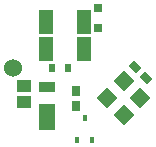
<source format=gbp>
G04*
G04 #@! TF.GenerationSoftware,Altium Limited,Altium Designer,21.7.2 (23)*
G04*
G04 Layer_Color=128*
%FSLAX25Y25*%
%MOIN*%
G70*
G04*
G04 #@! TF.SameCoordinates,2A64222C-FEAE-4017-A15E-55E8C78AA572*
G04*
G04*
G04 #@! TF.FilePolarity,Positive*
G04*
G01*
G75*
%ADD26R,0.02362X0.03150*%
%ADD51C,0.06000*%
%ADD63R,0.02756X0.03543*%
%ADD64R,0.01772X0.02165*%
%ADD65R,0.03150X0.03150*%
%ADD66P,0.07238X4X270.0*%
G04:AMPARAMS|DCode=67|XSize=27.56mil|YSize=35.43mil|CornerRadius=0mil|HoleSize=0mil|Usage=FLASHONLY|Rotation=45.000|XOffset=0mil|YOffset=0mil|HoleType=Round|Shape=Rectangle|*
%AMROTATEDRECTD67*
4,1,4,0.00278,-0.02227,-0.02227,0.00278,-0.00278,0.02227,0.02227,-0.00278,0.00278,-0.02227,0.0*
%
%ADD67ROTATEDRECTD67*%

%ADD68R,0.05512X0.03543*%
%ADD69R,0.05512X0.08661*%
%ADD70R,0.04724X0.07874*%
%ADD71R,0.05000X0.04000*%
D26*
X-13383Y2165D02*
D03*
X-7871D02*
D03*
D51*
X-26351Y2229D02*
D03*
D63*
X-5211Y-10362D02*
D03*
Y-5244D02*
D03*
D64*
X130Y-21801D02*
D03*
X-4988D02*
D03*
X-2429Y-14517D02*
D03*
D65*
X2189Y22186D02*
D03*
Y15689D02*
D03*
D66*
X10602Y-13340D02*
D03*
X5035Y-7772D02*
D03*
X16170D02*
D03*
X10602Y-2204D02*
D03*
D67*
X14532Y2477D02*
D03*
X18151Y-1142D02*
D03*
D68*
X-14964Y-4024D02*
D03*
D69*
Y-14064D02*
D03*
D70*
X-15331Y17623D02*
D03*
X-2732D02*
D03*
X-2688Y8663D02*
D03*
X-15286D02*
D03*
D71*
X-22434Y-9154D02*
D03*
Y-3854D02*
D03*
M02*

</source>
